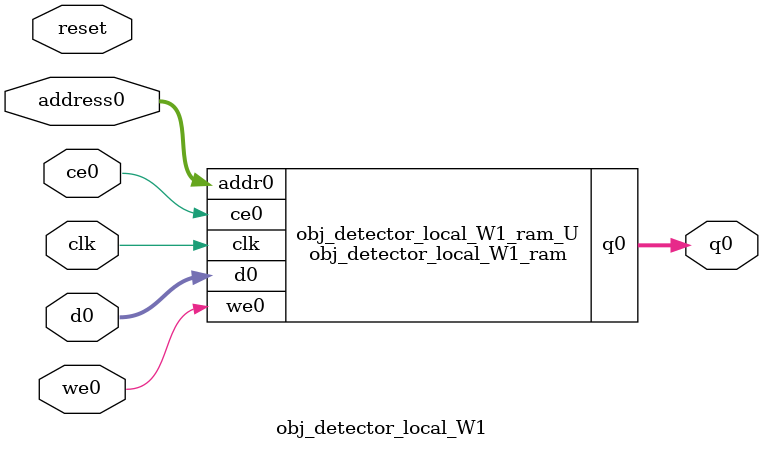
<source format=v>

`timescale 1 ns / 1 ps
module obj_detector_local_W1_ram (addr0, ce0, d0, we0, q0,  clk);

parameter DWIDTH = 32;
parameter AWIDTH = 11;
parameter MEM_SIZE = 1728;

input[AWIDTH-1:0] addr0;
input ce0;
input[DWIDTH-1:0] d0;
input we0;
output reg[DWIDTH-1:0] q0;
input clk;

(* ram_style = "block" *)reg [DWIDTH-1:0] ram[MEM_SIZE-1:0];




always @(posedge clk)  
begin 
    if (ce0) 
    begin
        if (we0) 
        begin 
            ram[addr0] <= d0; 
            q0 <= d0;
        end 
        else 
            q0 <= ram[addr0];
    end
end


endmodule


`timescale 1 ns / 1 ps
module obj_detector_local_W1(
    reset,
    clk,
    address0,
    ce0,
    we0,
    d0,
    q0);

parameter DataWidth = 32'd32;
parameter AddressRange = 32'd1728;
parameter AddressWidth = 32'd11;
input reset;
input clk;
input[AddressWidth - 1:0] address0;
input ce0;
input we0;
input[DataWidth - 1:0] d0;
output[DataWidth - 1:0] q0;



obj_detector_local_W1_ram obj_detector_local_W1_ram_U(
    .clk( clk ),
    .addr0( address0 ),
    .ce0( ce0 ),
    .d0( d0 ),
    .we0( we0 ),
    .q0( q0 ));

endmodule


</source>
